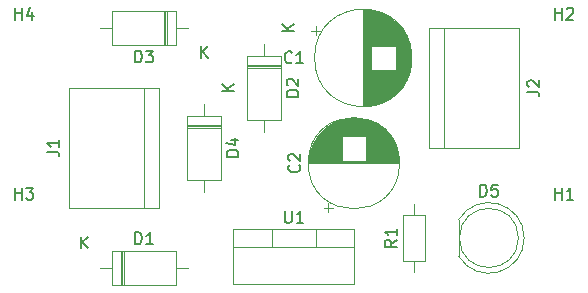
<source format=gbr>
%TF.GenerationSoftware,KiCad,Pcbnew,7.0.7*%
%TF.CreationDate,2024-08-27T12:46:14+05:30*%
%TF.ProjectId,Power supply module,506f7765-7220-4737-9570-706c79206d6f,rev?*%
%TF.SameCoordinates,Original*%
%TF.FileFunction,Legend,Top*%
%TF.FilePolarity,Positive*%
%FSLAX46Y46*%
G04 Gerber Fmt 4.6, Leading zero omitted, Abs format (unit mm)*
G04 Created by KiCad (PCBNEW 7.0.7) date 2024-08-27 12:46:14*
%MOMM*%
%LPD*%
G01*
G04 APERTURE LIST*
%ADD10C,0.150000*%
%ADD11C,0.120000*%
G04 APERTURE END LIST*
D10*
X110998095Y-80574819D02*
X110998095Y-79574819D01*
X110998095Y-80051009D02*
X111569523Y-80051009D01*
X111569523Y-80574819D02*
X111569523Y-79574819D01*
X112474285Y-79908152D02*
X112474285Y-80574819D01*
X112236190Y-79527200D02*
X111998095Y-80241485D01*
X111998095Y-80241485D02*
X112617142Y-80241485D01*
X110998095Y-95814819D02*
X110998095Y-94814819D01*
X110998095Y-95291009D02*
X111569523Y-95291009D01*
X111569523Y-95814819D02*
X111569523Y-94814819D01*
X111950476Y-94814819D02*
X112569523Y-94814819D01*
X112569523Y-94814819D02*
X112236190Y-95195771D01*
X112236190Y-95195771D02*
X112379047Y-95195771D01*
X112379047Y-95195771D02*
X112474285Y-95243390D01*
X112474285Y-95243390D02*
X112521904Y-95291009D01*
X112521904Y-95291009D02*
X112569523Y-95386247D01*
X112569523Y-95386247D02*
X112569523Y-95624342D01*
X112569523Y-95624342D02*
X112521904Y-95719580D01*
X112521904Y-95719580D02*
X112474285Y-95767200D01*
X112474285Y-95767200D02*
X112379047Y-95814819D01*
X112379047Y-95814819D02*
X112093333Y-95814819D01*
X112093333Y-95814819D02*
X111998095Y-95767200D01*
X111998095Y-95767200D02*
X111950476Y-95719580D01*
X156718095Y-80574819D02*
X156718095Y-79574819D01*
X156718095Y-80051009D02*
X157289523Y-80051009D01*
X157289523Y-80574819D02*
X157289523Y-79574819D01*
X157718095Y-79670057D02*
X157765714Y-79622438D01*
X157765714Y-79622438D02*
X157860952Y-79574819D01*
X157860952Y-79574819D02*
X158099047Y-79574819D01*
X158099047Y-79574819D02*
X158194285Y-79622438D01*
X158194285Y-79622438D02*
X158241904Y-79670057D01*
X158241904Y-79670057D02*
X158289523Y-79765295D01*
X158289523Y-79765295D02*
X158289523Y-79860533D01*
X158289523Y-79860533D02*
X158241904Y-80003390D01*
X158241904Y-80003390D02*
X157670476Y-80574819D01*
X157670476Y-80574819D02*
X158289523Y-80574819D01*
X156718095Y-95814819D02*
X156718095Y-94814819D01*
X156718095Y-95291009D02*
X157289523Y-95291009D01*
X157289523Y-95814819D02*
X157289523Y-94814819D01*
X158289523Y-95814819D02*
X157718095Y-95814819D01*
X158003809Y-95814819D02*
X158003809Y-94814819D01*
X158003809Y-94814819D02*
X157908571Y-94957676D01*
X157908571Y-94957676D02*
X157813333Y-95052914D01*
X157813333Y-95052914D02*
X157718095Y-95100533D01*
X133858095Y-96784819D02*
X133858095Y-97594342D01*
X133858095Y-97594342D02*
X133905714Y-97689580D01*
X133905714Y-97689580D02*
X133953333Y-97737200D01*
X133953333Y-97737200D02*
X134048571Y-97784819D01*
X134048571Y-97784819D02*
X134239047Y-97784819D01*
X134239047Y-97784819D02*
X134334285Y-97737200D01*
X134334285Y-97737200D02*
X134381904Y-97689580D01*
X134381904Y-97689580D02*
X134429523Y-97594342D01*
X134429523Y-97594342D02*
X134429523Y-96784819D01*
X135429523Y-97784819D02*
X134858095Y-97784819D01*
X135143809Y-97784819D02*
X135143809Y-96784819D01*
X135143809Y-96784819D02*
X135048571Y-96927676D01*
X135048571Y-96927676D02*
X134953333Y-97022914D01*
X134953333Y-97022914D02*
X134858095Y-97070533D01*
X143314819Y-99226666D02*
X142838628Y-99559999D01*
X143314819Y-99798094D02*
X142314819Y-99798094D01*
X142314819Y-99798094D02*
X142314819Y-99417142D01*
X142314819Y-99417142D02*
X142362438Y-99321904D01*
X142362438Y-99321904D02*
X142410057Y-99274285D01*
X142410057Y-99274285D02*
X142505295Y-99226666D01*
X142505295Y-99226666D02*
X142648152Y-99226666D01*
X142648152Y-99226666D02*
X142743390Y-99274285D01*
X142743390Y-99274285D02*
X142791009Y-99321904D01*
X142791009Y-99321904D02*
X142838628Y-99417142D01*
X142838628Y-99417142D02*
X142838628Y-99798094D01*
X143314819Y-98274285D02*
X143314819Y-98845713D01*
X143314819Y-98559999D02*
X142314819Y-98559999D01*
X142314819Y-98559999D02*
X142457676Y-98655237D01*
X142457676Y-98655237D02*
X142552914Y-98750475D01*
X142552914Y-98750475D02*
X142600533Y-98845713D01*
X154394819Y-86693333D02*
X155109104Y-86693333D01*
X155109104Y-86693333D02*
X155251961Y-86740952D01*
X155251961Y-86740952D02*
X155347200Y-86836190D01*
X155347200Y-86836190D02*
X155394819Y-86979047D01*
X155394819Y-86979047D02*
X155394819Y-87074285D01*
X154490057Y-86264761D02*
X154442438Y-86217142D01*
X154442438Y-86217142D02*
X154394819Y-86121904D01*
X154394819Y-86121904D02*
X154394819Y-85883809D01*
X154394819Y-85883809D02*
X154442438Y-85788571D01*
X154442438Y-85788571D02*
X154490057Y-85740952D01*
X154490057Y-85740952D02*
X154585295Y-85693333D01*
X154585295Y-85693333D02*
X154680533Y-85693333D01*
X154680533Y-85693333D02*
X154823390Y-85740952D01*
X154823390Y-85740952D02*
X155394819Y-86312380D01*
X155394819Y-86312380D02*
X155394819Y-85693333D01*
X113754819Y-91773333D02*
X114469104Y-91773333D01*
X114469104Y-91773333D02*
X114611961Y-91820952D01*
X114611961Y-91820952D02*
X114707200Y-91916190D01*
X114707200Y-91916190D02*
X114754819Y-92059047D01*
X114754819Y-92059047D02*
X114754819Y-92154285D01*
X114754819Y-90773333D02*
X114754819Y-91344761D01*
X114754819Y-91059047D02*
X113754819Y-91059047D01*
X113754819Y-91059047D02*
X113897676Y-91154285D01*
X113897676Y-91154285D02*
X113992914Y-91249523D01*
X113992914Y-91249523D02*
X114040533Y-91344761D01*
X150391905Y-95554819D02*
X150391905Y-94554819D01*
X150391905Y-94554819D02*
X150630000Y-94554819D01*
X150630000Y-94554819D02*
X150772857Y-94602438D01*
X150772857Y-94602438D02*
X150868095Y-94697676D01*
X150868095Y-94697676D02*
X150915714Y-94792914D01*
X150915714Y-94792914D02*
X150963333Y-94983390D01*
X150963333Y-94983390D02*
X150963333Y-95126247D01*
X150963333Y-95126247D02*
X150915714Y-95316723D01*
X150915714Y-95316723D02*
X150868095Y-95411961D01*
X150868095Y-95411961D02*
X150772857Y-95507200D01*
X150772857Y-95507200D02*
X150630000Y-95554819D01*
X150630000Y-95554819D02*
X150391905Y-95554819D01*
X151868095Y-94554819D02*
X151391905Y-94554819D01*
X151391905Y-94554819D02*
X151344286Y-95031009D01*
X151344286Y-95031009D02*
X151391905Y-94983390D01*
X151391905Y-94983390D02*
X151487143Y-94935771D01*
X151487143Y-94935771D02*
X151725238Y-94935771D01*
X151725238Y-94935771D02*
X151820476Y-94983390D01*
X151820476Y-94983390D02*
X151868095Y-95031009D01*
X151868095Y-95031009D02*
X151915714Y-95126247D01*
X151915714Y-95126247D02*
X151915714Y-95364342D01*
X151915714Y-95364342D02*
X151868095Y-95459580D01*
X151868095Y-95459580D02*
X151820476Y-95507200D01*
X151820476Y-95507200D02*
X151725238Y-95554819D01*
X151725238Y-95554819D02*
X151487143Y-95554819D01*
X151487143Y-95554819D02*
X151391905Y-95507200D01*
X151391905Y-95507200D02*
X151344286Y-95459580D01*
X129924819Y-92178094D02*
X128924819Y-92178094D01*
X128924819Y-92178094D02*
X128924819Y-91939999D01*
X128924819Y-91939999D02*
X128972438Y-91797142D01*
X128972438Y-91797142D02*
X129067676Y-91701904D01*
X129067676Y-91701904D02*
X129162914Y-91654285D01*
X129162914Y-91654285D02*
X129353390Y-91606666D01*
X129353390Y-91606666D02*
X129496247Y-91606666D01*
X129496247Y-91606666D02*
X129686723Y-91654285D01*
X129686723Y-91654285D02*
X129781961Y-91701904D01*
X129781961Y-91701904D02*
X129877200Y-91797142D01*
X129877200Y-91797142D02*
X129924819Y-91939999D01*
X129924819Y-91939999D02*
X129924819Y-92178094D01*
X129258152Y-90749523D02*
X129924819Y-90749523D01*
X128877200Y-90987618D02*
X129591485Y-91225713D01*
X129591485Y-91225713D02*
X129591485Y-90606666D01*
X129554819Y-86621904D02*
X128554819Y-86621904D01*
X129554819Y-86050476D02*
X128983390Y-86479047D01*
X128554819Y-86050476D02*
X129126247Y-86621904D01*
X121181905Y-84204819D02*
X121181905Y-83204819D01*
X121181905Y-83204819D02*
X121420000Y-83204819D01*
X121420000Y-83204819D02*
X121562857Y-83252438D01*
X121562857Y-83252438D02*
X121658095Y-83347676D01*
X121658095Y-83347676D02*
X121705714Y-83442914D01*
X121705714Y-83442914D02*
X121753333Y-83633390D01*
X121753333Y-83633390D02*
X121753333Y-83776247D01*
X121753333Y-83776247D02*
X121705714Y-83966723D01*
X121705714Y-83966723D02*
X121658095Y-84061961D01*
X121658095Y-84061961D02*
X121562857Y-84157200D01*
X121562857Y-84157200D02*
X121420000Y-84204819D01*
X121420000Y-84204819D02*
X121181905Y-84204819D01*
X122086667Y-83204819D02*
X122705714Y-83204819D01*
X122705714Y-83204819D02*
X122372381Y-83585771D01*
X122372381Y-83585771D02*
X122515238Y-83585771D01*
X122515238Y-83585771D02*
X122610476Y-83633390D01*
X122610476Y-83633390D02*
X122658095Y-83681009D01*
X122658095Y-83681009D02*
X122705714Y-83776247D01*
X122705714Y-83776247D02*
X122705714Y-84014342D01*
X122705714Y-84014342D02*
X122658095Y-84109580D01*
X122658095Y-84109580D02*
X122610476Y-84157200D01*
X122610476Y-84157200D02*
X122515238Y-84204819D01*
X122515238Y-84204819D02*
X122229524Y-84204819D01*
X122229524Y-84204819D02*
X122134286Y-84157200D01*
X122134286Y-84157200D02*
X122086667Y-84109580D01*
X126738095Y-83834819D02*
X126738095Y-82834819D01*
X127309523Y-83834819D02*
X126880952Y-83263390D01*
X127309523Y-82834819D02*
X126738095Y-83406247D01*
X135004819Y-87098094D02*
X134004819Y-87098094D01*
X134004819Y-87098094D02*
X134004819Y-86859999D01*
X134004819Y-86859999D02*
X134052438Y-86717142D01*
X134052438Y-86717142D02*
X134147676Y-86621904D01*
X134147676Y-86621904D02*
X134242914Y-86574285D01*
X134242914Y-86574285D02*
X134433390Y-86526666D01*
X134433390Y-86526666D02*
X134576247Y-86526666D01*
X134576247Y-86526666D02*
X134766723Y-86574285D01*
X134766723Y-86574285D02*
X134861961Y-86621904D01*
X134861961Y-86621904D02*
X134957200Y-86717142D01*
X134957200Y-86717142D02*
X135004819Y-86859999D01*
X135004819Y-86859999D02*
X135004819Y-87098094D01*
X134100057Y-86145713D02*
X134052438Y-86098094D01*
X134052438Y-86098094D02*
X134004819Y-86002856D01*
X134004819Y-86002856D02*
X134004819Y-85764761D01*
X134004819Y-85764761D02*
X134052438Y-85669523D01*
X134052438Y-85669523D02*
X134100057Y-85621904D01*
X134100057Y-85621904D02*
X134195295Y-85574285D01*
X134195295Y-85574285D02*
X134290533Y-85574285D01*
X134290533Y-85574285D02*
X134433390Y-85621904D01*
X134433390Y-85621904D02*
X135004819Y-86193332D01*
X135004819Y-86193332D02*
X135004819Y-85574285D01*
X134634819Y-81541904D02*
X133634819Y-81541904D01*
X134634819Y-80970476D02*
X134063390Y-81399047D01*
X133634819Y-80970476D02*
X134206247Y-81541904D01*
X121181905Y-99584819D02*
X121181905Y-98584819D01*
X121181905Y-98584819D02*
X121420000Y-98584819D01*
X121420000Y-98584819D02*
X121562857Y-98632438D01*
X121562857Y-98632438D02*
X121658095Y-98727676D01*
X121658095Y-98727676D02*
X121705714Y-98822914D01*
X121705714Y-98822914D02*
X121753333Y-99013390D01*
X121753333Y-99013390D02*
X121753333Y-99156247D01*
X121753333Y-99156247D02*
X121705714Y-99346723D01*
X121705714Y-99346723D02*
X121658095Y-99441961D01*
X121658095Y-99441961D02*
X121562857Y-99537200D01*
X121562857Y-99537200D02*
X121420000Y-99584819D01*
X121420000Y-99584819D02*
X121181905Y-99584819D01*
X122705714Y-99584819D02*
X122134286Y-99584819D01*
X122420000Y-99584819D02*
X122420000Y-98584819D01*
X122420000Y-98584819D02*
X122324762Y-98727676D01*
X122324762Y-98727676D02*
X122229524Y-98822914D01*
X122229524Y-98822914D02*
X122134286Y-98870533D01*
X116578095Y-99954819D02*
X116578095Y-98954819D01*
X117149523Y-99954819D02*
X116720952Y-99383390D01*
X117149523Y-98954819D02*
X116578095Y-99526247D01*
X135059580Y-92896666D02*
X135107200Y-92944285D01*
X135107200Y-92944285D02*
X135154819Y-93087142D01*
X135154819Y-93087142D02*
X135154819Y-93182380D01*
X135154819Y-93182380D02*
X135107200Y-93325237D01*
X135107200Y-93325237D02*
X135011961Y-93420475D01*
X135011961Y-93420475D02*
X134916723Y-93468094D01*
X134916723Y-93468094D02*
X134726247Y-93515713D01*
X134726247Y-93515713D02*
X134583390Y-93515713D01*
X134583390Y-93515713D02*
X134392914Y-93468094D01*
X134392914Y-93468094D02*
X134297676Y-93420475D01*
X134297676Y-93420475D02*
X134202438Y-93325237D01*
X134202438Y-93325237D02*
X134154819Y-93182380D01*
X134154819Y-93182380D02*
X134154819Y-93087142D01*
X134154819Y-93087142D02*
X134202438Y-92944285D01*
X134202438Y-92944285D02*
X134250057Y-92896666D01*
X134250057Y-92515713D02*
X134202438Y-92468094D01*
X134202438Y-92468094D02*
X134154819Y-92372856D01*
X134154819Y-92372856D02*
X134154819Y-92134761D01*
X134154819Y-92134761D02*
X134202438Y-92039523D01*
X134202438Y-92039523D02*
X134250057Y-91991904D01*
X134250057Y-91991904D02*
X134345295Y-91944285D01*
X134345295Y-91944285D02*
X134440533Y-91944285D01*
X134440533Y-91944285D02*
X134583390Y-91991904D01*
X134583390Y-91991904D02*
X135154819Y-92563332D01*
X135154819Y-92563332D02*
X135154819Y-91944285D01*
X134453333Y-84179580D02*
X134405714Y-84227200D01*
X134405714Y-84227200D02*
X134262857Y-84274819D01*
X134262857Y-84274819D02*
X134167619Y-84274819D01*
X134167619Y-84274819D02*
X134024762Y-84227200D01*
X134024762Y-84227200D02*
X133929524Y-84131961D01*
X133929524Y-84131961D02*
X133881905Y-84036723D01*
X133881905Y-84036723D02*
X133834286Y-83846247D01*
X133834286Y-83846247D02*
X133834286Y-83703390D01*
X133834286Y-83703390D02*
X133881905Y-83512914D01*
X133881905Y-83512914D02*
X133929524Y-83417676D01*
X133929524Y-83417676D02*
X134024762Y-83322438D01*
X134024762Y-83322438D02*
X134167619Y-83274819D01*
X134167619Y-83274819D02*
X134262857Y-83274819D01*
X134262857Y-83274819D02*
X134405714Y-83322438D01*
X134405714Y-83322438D02*
X134453333Y-83370057D01*
X135405714Y-84274819D02*
X134834286Y-84274819D01*
X135120000Y-84274819D02*
X135120000Y-83274819D01*
X135120000Y-83274819D02*
X135024762Y-83417676D01*
X135024762Y-83417676D02*
X134929524Y-83512914D01*
X134929524Y-83512914D02*
X134834286Y-83560533D01*
D11*
%TO.C,U1*%
X129500000Y-98330000D02*
X139740000Y-98330000D01*
X132770000Y-98330000D02*
X132770000Y-99840000D01*
X136471000Y-98330000D02*
X136471000Y-99840000D01*
X129500000Y-98330000D02*
X129500000Y-102971000D01*
X129500000Y-102971000D02*
X139740000Y-102971000D01*
X139740000Y-98330000D02*
X139740000Y-102971000D01*
X129500000Y-99840000D02*
X139740000Y-99840000D01*
%TO.C,R1*%
X144780000Y-101930000D02*
X144780000Y-100980000D01*
X143860000Y-100980000D02*
X145700000Y-100980000D01*
X144780000Y-96190000D02*
X144780000Y-97140000D01*
X145700000Y-100980000D02*
X145700000Y-97140000D01*
X143860000Y-97140000D02*
X143860000Y-100980000D01*
X145700000Y-97140000D02*
X143860000Y-97140000D01*
%TO.C,J2*%
X153670000Y-81280000D02*
X146050000Y-81280000D01*
X146050000Y-91440000D02*
X153670000Y-91440000D01*
X147320000Y-91440000D02*
X147320000Y-81280000D01*
X146050000Y-81280000D02*
X146050000Y-91440000D01*
X153670000Y-91440000D02*
X153670000Y-81280000D01*
%TO.C,J1*%
X115570000Y-96520000D02*
X123190000Y-96520000D01*
X123190000Y-86360000D02*
X115570000Y-86360000D01*
X121920000Y-86360000D02*
X121920000Y-96520000D01*
X123190000Y-96520000D02*
X123190000Y-86360000D01*
X115570000Y-86360000D02*
X115570000Y-96520000D01*
%TO.C,D5*%
X148570000Y-97515000D02*
X148570000Y-100605000D01*
X148570000Y-100604830D02*
G75*
G03*
X154120000Y-99059538I2560000J1544830D01*
G01*
X154119999Y-99060462D02*
G75*
G03*
X148570001Y-97515170I-2989999J462D01*
G01*
X153630000Y-99060000D02*
G75*
G03*
X153630000Y-99060000I-2500000J0D01*
G01*
%TO.C,D4*%
X128470000Y-89620000D02*
X125530000Y-89620000D01*
X128470000Y-89740000D02*
X125530000Y-89740000D01*
X125530000Y-88720000D02*
X125530000Y-94160000D01*
X127000000Y-95180000D02*
X127000000Y-94160000D01*
X128470000Y-88720000D02*
X125530000Y-88720000D01*
X128470000Y-89500000D02*
X125530000Y-89500000D01*
X125530000Y-94160000D02*
X128470000Y-94160000D01*
X127000000Y-87700000D02*
X127000000Y-88720000D01*
X128470000Y-94160000D02*
X128470000Y-88720000D01*
%TO.C,D3*%
X123740000Y-82750000D02*
X123740000Y-79810000D01*
X123620000Y-82750000D02*
X123620000Y-79810000D01*
X124640000Y-79810000D02*
X119200000Y-79810000D01*
X118180000Y-81280000D02*
X119200000Y-81280000D01*
X124640000Y-82750000D02*
X124640000Y-79810000D01*
X123860000Y-82750000D02*
X123860000Y-79810000D01*
X119200000Y-79810000D02*
X119200000Y-82750000D01*
X125660000Y-81280000D02*
X124640000Y-81280000D01*
X119200000Y-82750000D02*
X124640000Y-82750000D01*
%TO.C,D2*%
X133550000Y-84540000D02*
X130610000Y-84540000D01*
X133550000Y-84660000D02*
X130610000Y-84660000D01*
X130610000Y-83640000D02*
X130610000Y-89080000D01*
X132080000Y-90100000D02*
X132080000Y-89080000D01*
X133550000Y-83640000D02*
X130610000Y-83640000D01*
X133550000Y-84420000D02*
X130610000Y-84420000D01*
X130610000Y-89080000D02*
X133550000Y-89080000D01*
X132080000Y-82620000D02*
X132080000Y-83640000D01*
X133550000Y-89080000D02*
X133550000Y-83640000D01*
%TO.C,D1*%
X120100000Y-100130000D02*
X120100000Y-103070000D01*
X120220000Y-100130000D02*
X120220000Y-103070000D01*
X119200000Y-103070000D02*
X124640000Y-103070000D01*
X125660000Y-101600000D02*
X124640000Y-101600000D01*
X119200000Y-100130000D02*
X119200000Y-103070000D01*
X119980000Y-100130000D02*
X119980000Y-103070000D01*
X124640000Y-103070000D02*
X124640000Y-100130000D01*
X118180000Y-101600000D02*
X119200000Y-101600000D01*
X124640000Y-100130000D02*
X119200000Y-100130000D01*
%TO.C,C2*%
X136253000Y-91049000D02*
X138660000Y-91049000D01*
X136035000Y-91609000D02*
X138660000Y-91609000D01*
X136060000Y-91529000D02*
X138660000Y-91529000D01*
X138222000Y-89169000D02*
X141178000Y-89169000D01*
X140740000Y-91329000D02*
X143268000Y-91329000D01*
X140740000Y-90849000D02*
X143043000Y-90849000D01*
X136704000Y-90329000D02*
X142696000Y-90329000D01*
X136116000Y-91369000D02*
X138660000Y-91369000D01*
X136180000Y-91209000D02*
X138660000Y-91209000D01*
X136357000Y-90849000D02*
X138660000Y-90849000D01*
X140740000Y-92290000D02*
X143505000Y-92290000D01*
X137200000Y-89809000D02*
X142200000Y-89809000D01*
X136234000Y-91089000D02*
X138660000Y-91089000D01*
X136164000Y-91249000D02*
X138660000Y-91249000D01*
X136293000Y-90969000D02*
X138660000Y-90969000D01*
X136502000Y-90609000D02*
X138660000Y-90609000D01*
X137150000Y-96497211D02*
X137900000Y-96497211D01*
X136802000Y-90209000D02*
X142598000Y-90209000D01*
X135895000Y-92290000D02*
X138660000Y-92290000D01*
X136314000Y-90929000D02*
X138660000Y-90929000D01*
X138542000Y-89049000D02*
X140858000Y-89049000D01*
X136379000Y-90809000D02*
X138660000Y-90809000D01*
X137111000Y-89889000D02*
X142289000Y-89889000D01*
X135890000Y-92330000D02*
X138660000Y-92330000D01*
X140740000Y-90809000D02*
X143021000Y-90809000D01*
X140740000Y-91689000D02*
X143388000Y-91689000D01*
X135899000Y-92250000D02*
X138660000Y-92250000D01*
X135923000Y-92090000D02*
X138660000Y-92090000D01*
X137345000Y-89689000D02*
X142055000Y-89689000D01*
X136556000Y-90529000D02*
X138660000Y-90529000D01*
X140740000Y-91489000D02*
X143326000Y-91489000D01*
X136335000Y-90889000D02*
X138660000Y-90889000D01*
X140740000Y-91529000D02*
X143340000Y-91529000D01*
X140740000Y-91009000D02*
X143127000Y-91009000D01*
X136087000Y-91449000D02*
X138660000Y-91449000D01*
X137686000Y-89449000D02*
X141714000Y-89449000D01*
X140740000Y-90569000D02*
X142872000Y-90569000D01*
X136451000Y-90689000D02*
X138660000Y-90689000D01*
X135870000Y-92730000D02*
X143530000Y-92730000D01*
X136837000Y-90169000D02*
X142563000Y-90169000D01*
X136132000Y-91329000D02*
X138660000Y-91329000D01*
X135910000Y-92170000D02*
X138660000Y-92170000D01*
X135886000Y-92370000D02*
X138660000Y-92370000D01*
X140740000Y-91929000D02*
X143447000Y-91929000D01*
X137623000Y-89489000D02*
X141777000Y-89489000D01*
X140740000Y-92490000D02*
X143523000Y-92490000D01*
X137027000Y-89969000D02*
X142373000Y-89969000D01*
X136102000Y-91409000D02*
X138660000Y-91409000D01*
X135871000Y-92610000D02*
X143529000Y-92610000D01*
X136023000Y-91649000D02*
X138660000Y-91649000D01*
X140740000Y-90889000D02*
X143065000Y-90889000D01*
X140740000Y-90449000D02*
X142788000Y-90449000D01*
X140740000Y-91129000D02*
X143184000Y-91129000D01*
X140740000Y-91369000D02*
X143284000Y-91369000D01*
X140740000Y-91089000D02*
X143166000Y-91089000D01*
X140740000Y-90489000D02*
X142816000Y-90489000D01*
X137246000Y-89769000D02*
X142154000Y-89769000D01*
X137295000Y-89729000D02*
X142105000Y-89729000D01*
X136216000Y-91129000D02*
X138660000Y-91129000D01*
X135945000Y-91969000D02*
X138660000Y-91969000D01*
X135880000Y-92450000D02*
X138660000Y-92450000D01*
X136403000Y-90769000D02*
X138660000Y-90769000D01*
X135873000Y-92570000D02*
X143527000Y-92570000D01*
X140740000Y-90769000D02*
X142997000Y-90769000D01*
X137967000Y-89289000D02*
X141433000Y-89289000D01*
X135990000Y-91769000D02*
X138660000Y-91769000D01*
X140740000Y-90929000D02*
X143086000Y-90929000D01*
X135937000Y-92009000D02*
X138660000Y-92009000D01*
X140740000Y-92450000D02*
X143520000Y-92450000D01*
X140740000Y-91969000D02*
X143455000Y-91969000D01*
X140740000Y-90529000D02*
X142844000Y-90529000D01*
X137891000Y-89329000D02*
X141509000Y-89329000D01*
X138131000Y-89209000D02*
X141269000Y-89209000D01*
X140740000Y-91049000D02*
X143147000Y-91049000D01*
X140740000Y-90609000D02*
X142898000Y-90609000D01*
X140740000Y-92250000D02*
X143501000Y-92250000D01*
X136672000Y-90369000D02*
X142728000Y-90369000D01*
X140740000Y-92330000D02*
X143510000Y-92330000D01*
X136736000Y-90289000D02*
X142664000Y-90289000D01*
X136012000Y-91689000D02*
X138660000Y-91689000D01*
X136426000Y-90729000D02*
X138660000Y-90729000D01*
X140740000Y-91249000D02*
X143236000Y-91249000D01*
X137154000Y-89849000D02*
X142246000Y-89849000D01*
X140740000Y-91809000D02*
X143420000Y-91809000D01*
X135971000Y-91849000D02*
X138660000Y-91849000D01*
X140740000Y-91569000D02*
X143353000Y-91569000D01*
X140740000Y-90649000D02*
X142924000Y-90649000D01*
X140740000Y-91729000D02*
X143399000Y-91729000D01*
X136147000Y-91289000D02*
X138660000Y-91289000D01*
X135877000Y-92490000D02*
X138660000Y-92490000D01*
X136047000Y-91569000D02*
X138660000Y-91569000D01*
X140740000Y-91209000D02*
X143220000Y-91209000D01*
X136769000Y-90249000D02*
X142631000Y-90249000D01*
X135930000Y-92050000D02*
X138660000Y-92050000D01*
X140740000Y-92050000D02*
X143470000Y-92050000D01*
X135980000Y-91809000D02*
X138660000Y-91809000D01*
X136074000Y-91489000D02*
X138660000Y-91489000D01*
X136987000Y-90009000D02*
X142413000Y-90009000D01*
X140740000Y-92210000D02*
X143495000Y-92210000D01*
X137525000Y-96872211D02*
X137525000Y-96122211D01*
X136198000Y-91169000D02*
X138660000Y-91169000D01*
X136528000Y-90569000D02*
X138660000Y-90569000D01*
X137396000Y-89649000D02*
X142004000Y-89649000D01*
X140740000Y-92170000D02*
X143490000Y-92170000D01*
X140740000Y-91289000D02*
X143253000Y-91289000D01*
X136476000Y-90649000D02*
X138660000Y-90649000D01*
X138823000Y-88969000D02*
X140577000Y-88969000D01*
X135870000Y-92650000D02*
X143530000Y-92650000D01*
X140740000Y-92130000D02*
X143484000Y-92130000D01*
X136642000Y-90409000D02*
X142758000Y-90409000D01*
X138319000Y-89129000D02*
X141081000Y-89129000D01*
X138046000Y-89249000D02*
X141354000Y-89249000D01*
X135905000Y-92210000D02*
X138660000Y-92210000D01*
X135870000Y-92690000D02*
X143530000Y-92690000D01*
X136584000Y-90489000D02*
X138660000Y-90489000D01*
X139259000Y-88889000D02*
X140141000Y-88889000D01*
X137563000Y-89529000D02*
X141837000Y-89529000D01*
X140740000Y-90689000D02*
X142949000Y-90689000D01*
X140740000Y-91609000D02*
X143365000Y-91609000D01*
X140740000Y-91449000D02*
X143313000Y-91449000D01*
X140740000Y-90729000D02*
X142974000Y-90729000D01*
X140740000Y-91849000D02*
X143429000Y-91849000D01*
X135953000Y-91929000D02*
X138660000Y-91929000D01*
X136273000Y-91009000D02*
X138660000Y-91009000D01*
X140740000Y-91649000D02*
X143377000Y-91649000D01*
X140740000Y-92090000D02*
X143477000Y-92090000D01*
X136873000Y-90129000D02*
X142527000Y-90129000D01*
X140740000Y-91889000D02*
X143438000Y-91889000D01*
X137751000Y-89409000D02*
X141649000Y-89409000D01*
X135916000Y-92130000D02*
X138660000Y-92130000D01*
X135883000Y-92410000D02*
X138660000Y-92410000D01*
X135875000Y-92530000D02*
X143525000Y-92530000D01*
X140740000Y-91169000D02*
X143202000Y-91169000D01*
X138672000Y-89009000D02*
X140728000Y-89009000D01*
X136948000Y-90049000D02*
X142452000Y-90049000D01*
X140740000Y-92410000D02*
X143517000Y-92410000D01*
X140740000Y-92009000D02*
X143463000Y-92009000D01*
X135962000Y-91889000D02*
X138660000Y-91889000D01*
X136612000Y-90449000D02*
X138660000Y-90449000D01*
X137450000Y-89609000D02*
X141950000Y-89609000D01*
X140740000Y-91409000D02*
X143298000Y-91409000D01*
X140740000Y-91769000D02*
X143410000Y-91769000D01*
X137819000Y-89369000D02*
X141581000Y-89369000D01*
X138425000Y-89089000D02*
X140975000Y-89089000D01*
X136001000Y-91729000D02*
X138660000Y-91729000D01*
X140740000Y-92370000D02*
X143514000Y-92370000D01*
X136910000Y-90089000D02*
X142490000Y-90089000D01*
X137505000Y-89569000D02*
X141895000Y-89569000D01*
X137068000Y-89929000D02*
X142332000Y-89929000D01*
X139007000Y-88929000D02*
X140393000Y-88929000D01*
X140740000Y-90969000D02*
X143107000Y-90969000D01*
X143570000Y-92730000D02*
G75*
G03*
X143570000Y-92730000I-3870000J0D01*
G01*
%TO.C,C1*%
X144610000Y-83820000D02*
G75*
G03*
X144610000Y-83820000I-4120000J0D01*
G01*
X142891000Y-84860000D02*
X142891000Y-87129000D01*
X141651000Y-79906000D02*
X141651000Y-82780000D01*
X143771000Y-81366000D02*
X143771000Y-86274000D01*
X144491000Y-82872000D02*
X144491000Y-84768000D01*
X140930000Y-79763000D02*
X140930000Y-87877000D01*
X142251000Y-84860000D02*
X142251000Y-87506000D01*
X142091000Y-80063000D02*
X142091000Y-82780000D01*
X142691000Y-80376000D02*
X142691000Y-82780000D01*
X142331000Y-84860000D02*
X142331000Y-87467000D01*
X144331000Y-82367000D02*
X144331000Y-85273000D01*
X140810000Y-79752000D02*
X140810000Y-87888000D01*
X144211000Y-82089000D02*
X144211000Y-85551000D01*
X144451000Y-82722000D02*
X144451000Y-84918000D01*
X142891000Y-80511000D02*
X142891000Y-82780000D01*
X142331000Y-80173000D02*
X142331000Y-82780000D01*
X141090000Y-79783000D02*
X141090000Y-87857000D01*
X143651000Y-81216000D02*
X143651000Y-86424000D01*
X140570000Y-79740000D02*
X140570000Y-87900000D01*
X141851000Y-84860000D02*
X141851000Y-87670000D01*
X144371000Y-82474000D02*
X144371000Y-85166000D01*
X142971000Y-80570000D02*
X142971000Y-82780000D01*
X143931000Y-81592000D02*
X143931000Y-86048000D01*
X143091000Y-80664000D02*
X143091000Y-82780000D01*
X142731000Y-80402000D02*
X142731000Y-82780000D01*
X141211000Y-79803000D02*
X141211000Y-82780000D01*
X140970000Y-79768000D02*
X140970000Y-87872000D01*
X141411000Y-84860000D02*
X141411000Y-87796000D01*
X141971000Y-80015000D02*
X141971000Y-82780000D01*
X142651000Y-84860000D02*
X142651000Y-87289000D01*
X140490000Y-79740000D02*
X140490000Y-87900000D01*
X144291000Y-82268000D02*
X144291000Y-85372000D01*
X142371000Y-80193000D02*
X142371000Y-82780000D01*
X142051000Y-80046000D02*
X142051000Y-82780000D01*
X143011000Y-80600000D02*
X143011000Y-82780000D01*
X143051000Y-80631000D02*
X143051000Y-82780000D01*
X142291000Y-80154000D02*
X142291000Y-82780000D01*
X142691000Y-84860000D02*
X142691000Y-87264000D01*
X143851000Y-81475000D02*
X143851000Y-86165000D01*
X142091000Y-84860000D02*
X142091000Y-87577000D01*
X141611000Y-84860000D02*
X141611000Y-87745000D01*
X142451000Y-80236000D02*
X142451000Y-82780000D01*
X142811000Y-80455000D02*
X142811000Y-82780000D01*
X142971000Y-84860000D02*
X142971000Y-87070000D01*
X144131000Y-81930000D02*
X144131000Y-85710000D01*
X141371000Y-79835000D02*
X141371000Y-82780000D01*
X143411000Y-80953000D02*
X143411000Y-86687000D01*
X141531000Y-84860000D02*
X141531000Y-87767000D01*
X141691000Y-79918000D02*
X141691000Y-82780000D01*
X141971000Y-84860000D02*
X141971000Y-87625000D01*
X144531000Y-83052000D02*
X144531000Y-84588000D01*
X136080302Y-81505000D02*
X136880302Y-81505000D01*
X141491000Y-84860000D02*
X141491000Y-87777000D01*
X142611000Y-80327000D02*
X142611000Y-82780000D01*
X142931000Y-84860000D02*
X142931000Y-87100000D01*
X142171000Y-80098000D02*
X142171000Y-82780000D01*
X141771000Y-79943000D02*
X141771000Y-82780000D01*
X141571000Y-84860000D02*
X141571000Y-87756000D01*
X142851000Y-84860000D02*
X142851000Y-87158000D01*
X141931000Y-79999000D02*
X141931000Y-82780000D01*
X142211000Y-80116000D02*
X142211000Y-82780000D01*
X143211000Y-80765000D02*
X143211000Y-82780000D01*
X143491000Y-81036000D02*
X143491000Y-86604000D01*
X140730000Y-79746000D02*
X140730000Y-87894000D01*
X142371000Y-84860000D02*
X142371000Y-87447000D01*
X143171000Y-84860000D02*
X143171000Y-86910000D01*
X143251000Y-84860000D02*
X143251000Y-86839000D01*
X143291000Y-80837000D02*
X143291000Y-86803000D01*
X141931000Y-84860000D02*
X141931000Y-87641000D01*
X140610000Y-79741000D02*
X140610000Y-87899000D01*
X142491000Y-80258000D02*
X142491000Y-82780000D01*
X142571000Y-84860000D02*
X142571000Y-87337000D01*
X144051000Y-81786000D02*
X144051000Y-85854000D01*
X141811000Y-79957000D02*
X141811000Y-82780000D01*
X142931000Y-80540000D02*
X142931000Y-82780000D01*
X142771000Y-84860000D02*
X142771000Y-87212000D01*
X143811000Y-81420000D02*
X143811000Y-86220000D01*
X144571000Y-83287000D02*
X144571000Y-84353000D01*
X144011000Y-81718000D02*
X144011000Y-85922000D01*
X144091000Y-81856000D02*
X144091000Y-85784000D01*
X143171000Y-80730000D02*
X143171000Y-82780000D01*
X141371000Y-84860000D02*
X141371000Y-87805000D01*
X141170000Y-79796000D02*
X141170000Y-87844000D01*
X142851000Y-80482000D02*
X142851000Y-82780000D01*
X142011000Y-84860000D02*
X142011000Y-87610000D01*
X142211000Y-84860000D02*
X142211000Y-87524000D01*
X141010000Y-79772000D02*
X141010000Y-87868000D01*
X143251000Y-80801000D02*
X143251000Y-82780000D01*
X143131000Y-84860000D02*
X143131000Y-86944000D01*
X142531000Y-80280000D02*
X142531000Y-82780000D01*
X141891000Y-84860000D02*
X141891000Y-87655000D01*
X142571000Y-80303000D02*
X142571000Y-82780000D01*
X143531000Y-81079000D02*
X143531000Y-86561000D01*
X143211000Y-84860000D02*
X143211000Y-86875000D01*
X143091000Y-84860000D02*
X143091000Y-86976000D01*
X142491000Y-84860000D02*
X142491000Y-87382000D01*
X141211000Y-84860000D02*
X141211000Y-87837000D01*
X142811000Y-84860000D02*
X142811000Y-87185000D01*
X141731000Y-84860000D02*
X141731000Y-87709000D01*
X142131000Y-84860000D02*
X142131000Y-87560000D01*
X143611000Y-81169000D02*
X143611000Y-86471000D01*
X142411000Y-84860000D02*
X142411000Y-87426000D01*
X141331000Y-79826000D02*
X141331000Y-82780000D01*
X141651000Y-84860000D02*
X141651000Y-87734000D01*
X143051000Y-84860000D02*
X143051000Y-87009000D01*
X142291000Y-84860000D02*
X142291000Y-87486000D01*
X142411000Y-80214000D02*
X142411000Y-82780000D01*
X141891000Y-79985000D02*
X141891000Y-82780000D01*
X140770000Y-79749000D02*
X140770000Y-87891000D01*
X142731000Y-84860000D02*
X142731000Y-87238000D01*
X142171000Y-84860000D02*
X142171000Y-87542000D01*
X141491000Y-79863000D02*
X141491000Y-82780000D01*
X141291000Y-84860000D02*
X141291000Y-87822000D01*
X141611000Y-79895000D02*
X141611000Y-82780000D01*
X136480302Y-81105000D02*
X136480302Y-81905000D01*
X141411000Y-79844000D02*
X141411000Y-82780000D01*
X142451000Y-84860000D02*
X142451000Y-87404000D01*
X144411000Y-82591000D02*
X144411000Y-85049000D01*
X140850000Y-79755000D02*
X140850000Y-87885000D01*
X143011000Y-84860000D02*
X143011000Y-87040000D01*
X143131000Y-80696000D02*
X143131000Y-82780000D01*
X143971000Y-81654000D02*
X143971000Y-85986000D01*
X143451000Y-80994000D02*
X143451000Y-86646000D01*
X141811000Y-84860000D02*
X141811000Y-87683000D01*
X141571000Y-79884000D02*
X141571000Y-82780000D01*
X142651000Y-80351000D02*
X142651000Y-82780000D01*
X140530000Y-79740000D02*
X140530000Y-87900000D01*
X141130000Y-79790000D02*
X141130000Y-87850000D01*
X141251000Y-79810000D02*
X141251000Y-82780000D01*
X144171000Y-82007000D02*
X144171000Y-85633000D01*
X143691000Y-81264000D02*
X143691000Y-86376000D01*
X142611000Y-84860000D02*
X142611000Y-87313000D01*
X141451000Y-79853000D02*
X141451000Y-82780000D01*
X141731000Y-79931000D02*
X141731000Y-82780000D01*
X141691000Y-84860000D02*
X141691000Y-87722000D01*
X142011000Y-80030000D02*
X142011000Y-82780000D01*
X142771000Y-80428000D02*
X142771000Y-82780000D01*
X141251000Y-84860000D02*
X141251000Y-87830000D01*
X141291000Y-79818000D02*
X141291000Y-82780000D01*
X143571000Y-81123000D02*
X143571000Y-86517000D01*
X142131000Y-80080000D02*
X142131000Y-82780000D01*
X142251000Y-80134000D02*
X142251000Y-82780000D01*
X143371000Y-80913000D02*
X143371000Y-86727000D01*
X142051000Y-84860000D02*
X142051000Y-87594000D01*
X141451000Y-84860000D02*
X141451000Y-87787000D01*
X142531000Y-84860000D02*
X142531000Y-87360000D01*
X140650000Y-79743000D02*
X140650000Y-87897000D01*
X143731000Y-81315000D02*
X143731000Y-86325000D01*
X144251000Y-82175000D02*
X144251000Y-85465000D01*
X141531000Y-79873000D02*
X141531000Y-82780000D01*
X141851000Y-79970000D02*
X141851000Y-82780000D01*
X143891000Y-81533000D02*
X143891000Y-86107000D01*
X141771000Y-84860000D02*
X141771000Y-87697000D01*
X140890000Y-79759000D02*
X140890000Y-87881000D01*
X140690000Y-79744000D02*
X140690000Y-87896000D01*
X141331000Y-84860000D02*
X141331000Y-87814000D01*
X141050000Y-79778000D02*
X141050000Y-87862000D01*
X143331000Y-80875000D02*
X143331000Y-86765000D01*
%TD*%
M02*

</source>
